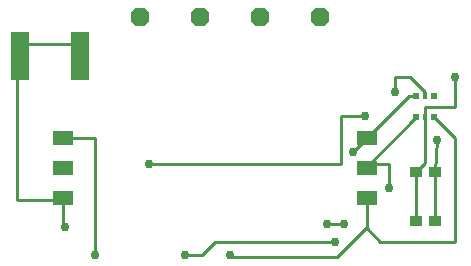
<source format=gbr>
G04 EAGLE Gerber X2 export*
%TF.Part,Single*%
%TF.FileFunction,Copper,L2,Bot,Mixed*%
%TF.FilePolarity,Positive*%
%TF.GenerationSoftware,Autodesk,EAGLE,9.1.0*%
%TF.CreationDate,2019-01-28T13:00:55Z*%
G75*
%MOMM*%
%FSLAX34Y34*%
%LPD*%
%AMOC8*
5,1,8,0,0,1.08239X$1,22.5*%
G01*
%ADD10R,0.500000X0.500000*%
%ADD11R,0.400000X0.500000*%
%ADD12R,1.000000X0.900000*%
%ADD13P,1.732040X8X22.500000*%
%ADD14R,1.524000X4.064000*%
%ADD15R,1.700000X1.300000*%
%ADD16C,0.254000*%
%ADD17C,0.756400*%


D10*
X363100Y130700D03*
D11*
X355600Y130700D03*
D10*
X348100Y130700D03*
X348100Y148700D03*
D11*
X355600Y148700D03*
D10*
X363100Y148700D03*
D12*
X347600Y43000D03*
X363600Y43000D03*
X363600Y84000D03*
X347600Y84000D03*
D13*
X114300Y215900D03*
X165100Y215900D03*
X215900Y215900D03*
X266700Y215900D03*
D14*
X63500Y182880D03*
X12700Y182880D03*
D15*
X306300Y62450D03*
X306300Y87850D03*
X306300Y113250D03*
X49300Y113250D03*
X49300Y87850D03*
X49300Y62450D03*
D16*
X49300Y39600D01*
X50800Y38100D01*
D17*
X50800Y38100D03*
X381000Y165100D03*
D16*
X381000Y139700D01*
X355600Y139700D01*
X355600Y130700D01*
X355600Y92000D02*
X347600Y84000D01*
X355600Y92000D02*
X355600Y130700D01*
X347600Y84000D02*
X347600Y43000D01*
X49300Y60960D02*
X49300Y62450D01*
X60960Y193040D02*
X10160Y193040D01*
X10160Y60960D02*
X49300Y60960D01*
X10160Y60960D02*
X10160Y193040D01*
X363600Y84000D02*
X363600Y43000D01*
D17*
X121920Y91440D03*
X121920Y91440D03*
X121920Y91440D03*
D16*
X284480Y91440D01*
X284480Y132080D01*
X304800Y132080D01*
D17*
X304800Y132080D03*
X365760Y111760D03*
D16*
X363600Y84000D01*
X306300Y87850D02*
X306300Y88900D01*
X348100Y130700D01*
X309890Y91440D02*
X306300Y87850D01*
X309890Y91440D02*
X325120Y91440D01*
X325120Y71120D01*
D17*
X325120Y71120D03*
D16*
X306300Y113250D02*
X341750Y148700D01*
X348100Y148700D01*
X306300Y113250D02*
X294650Y101600D01*
X294640Y101600D01*
D17*
X294640Y101600D03*
X286484Y40640D03*
D16*
X272316Y40640D01*
D17*
X272316Y40640D03*
D16*
X76200Y113250D02*
X49300Y113250D01*
X76200Y113250D02*
X76200Y13942D01*
X76200Y12700D01*
D17*
X76200Y13942D03*
D16*
X355600Y148700D02*
X355600Y152400D01*
X342900Y165100D01*
X330200Y165100D01*
X330200Y152400D01*
D17*
X330200Y152400D03*
X279400Y25400D03*
D16*
X177800Y25400D01*
X166342Y13942D01*
X152400Y13942D01*
D17*
X152400Y13942D03*
D16*
X306300Y38100D02*
X306300Y62450D01*
X306300Y38100D02*
X306300Y36600D01*
X317500Y25400D01*
X381000Y25400D01*
X381000Y112800D01*
X363100Y130700D01*
X306300Y38100D02*
X280900Y12700D01*
X190500Y12700D01*
X190500Y13942D01*
D17*
X190500Y13942D03*
M02*

</source>
